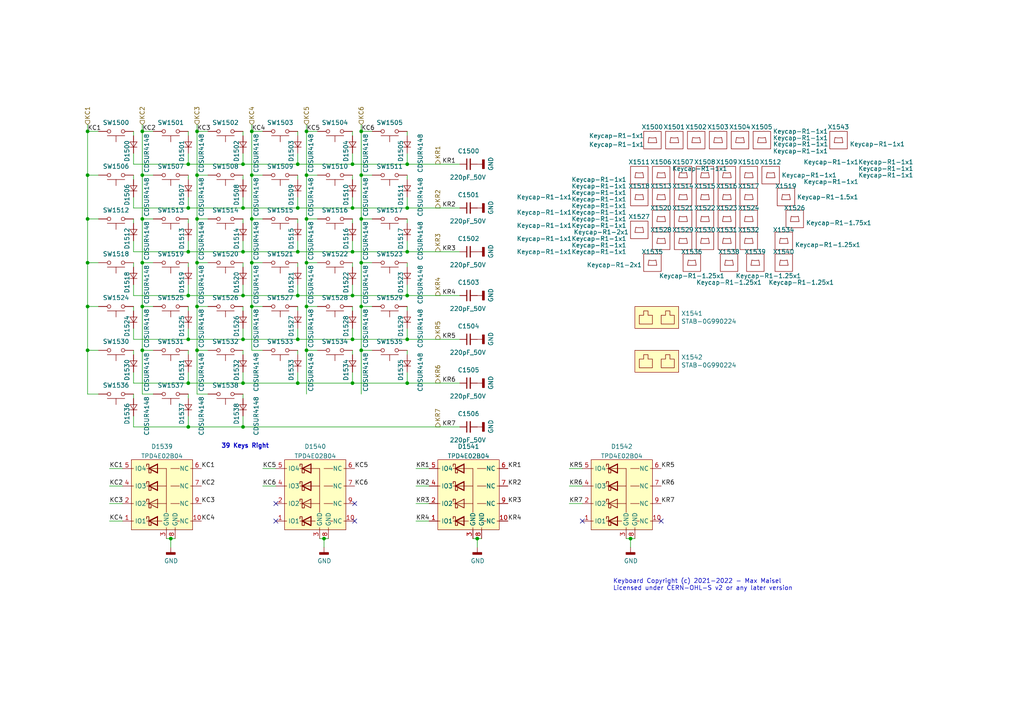
<source format=kicad_sch>
(kicad_sch (version 20230121) (generator eeschema)
  (paper "A4")
  (junction (at 57.15 50.8))
  (junction (at 104.775 63.5))
  (junction (at 102.235 85.725))
  (junction (at 102.235 47.625))
  (junction (at 118.11 111.125))
  (junction (at 86.36 47.625))
  (junction (at 57.15 38.1))
  (junction (at 102.235 111.125))
  (junction (at 118.11 47.625))
  (junction (at 54.61 98.425))
  (junction (at 41.275 63.5))
  (junction (at 70.485 85.725))
  (junction (at 86.36 73.025))
  (junction (at 70.485 98.425))
  (junction (at 86.36 98.425))
  (junction (at 54.61 73.025))
  (junction (at 88.9 38.1))
  (junction (at 54.61 47.625))
  (junction (at 118.11 60.325))
  (junction (at 70.485 111.125))
  (junction (at 182.88 156.21))
  (junction (at 54.61 123.825))
  (junction (at 104.775 38.1))
  (junction (at 118.11 73.025))
  (junction (at 57.15 63.5))
  (junction (at 118.11 85.725))
  (junction (at 54.61 111.125))
  (junction (at 104.775 50.8))
  (junction (at 25.4 101.6))
  (junction (at 118.11 98.425))
  (junction (at 25.4 63.5))
  (junction (at 73.025 88.9))
  (junction (at 102.235 60.325))
  (junction (at 41.275 76.2))
  (junction (at 104.775 76.2))
  (junction (at 88.9 63.5))
  (junction (at 57.15 88.9))
  (junction (at 41.275 38.1))
  (junction (at 104.775 101.6))
  (junction (at 88.9 50.8))
  (junction (at 49.53 156.21))
  (junction (at 73.025 76.2))
  (junction (at 73.025 50.8))
  (junction (at 86.36 60.325))
  (junction (at 138.43 156.21))
  (junction (at 70.485 123.825))
  (junction (at 70.485 60.325))
  (junction (at 102.235 98.425))
  (junction (at 25.4 50.8))
  (junction (at 88.9 88.9))
  (junction (at 41.275 101.6))
  (junction (at 57.15 101.6))
  (junction (at 88.9 76.2))
  (junction (at 104.775 88.9))
  (junction (at 86.36 111.125))
  (junction (at 54.61 60.325))
  (junction (at 70.485 47.625))
  (junction (at 86.36 85.725))
  (junction (at 41.275 88.9))
  (junction (at 102.235 73.025))
  (junction (at 25.4 38.1))
  (junction (at 25.4 76.2))
  (junction (at 57.15 76.2))
  (junction (at 41.275 50.8))
  (junction (at 88.9 101.6))
  (junction (at 25.4 88.9))
  (junction (at 93.98 156.21))
  (junction (at 70.485 73.025))
  (junction (at 54.61 85.725))
  (junction (at 73.025 38.1))
  (junction (at 73.025 63.5))
  (no_connect (at 168.91 151.13))
  (no_connect (at 102.87 146.05))
  (no_connect (at 191.77 151.13))
  (no_connect (at 80.01 146.05))
  (no_connect (at 80.01 151.13))
  (no_connect (at 102.87 151.13))
  (wire (pts (xy 107.95 50.8) (xy 104.775 50.8)))
  (wire (pts (xy 86.36 98.425) (xy 70.485 98.425)))
  (wire (pts (xy 70.485 60.325) (xy 54.61 60.325)))
  (wire (pts (xy 165.1 146.05) (xy 168.91 146.05)))
  (wire (pts (xy 28.575 76.2) (xy 25.4 76.2)))
  (wire (pts (xy 92.075 38.1) (xy 88.9 38.1)))
  (wire (pts (xy 70.485 107.95) (xy 70.485 111.125)))
  (wire (pts (xy 70.485 69.85) (xy 70.485 73.025)))
  (wire (pts (xy 118.11 73.025) (xy 102.235 73.025)))
  (wire (pts (xy 57.15 101.6) (xy 57.15 114.3)))
  (wire (pts (xy 60.325 63.5) (xy 57.15 63.5)))
  (wire (pts (xy 25.4 88.9) (xy 25.4 101.6)))
  (wire (pts (xy 120.65 135.89) (xy 124.46 135.89)))
  (wire (pts (xy 49.53 156.21) (xy 49.53 158.75)))
  (wire (pts (xy 44.45 38.1) (xy 41.275 38.1)))
  (wire (pts (xy 182.88 156.21) (xy 182.88 158.75)))
  (wire (pts (xy 25.4 101.6) (xy 28.575 101.6)))
  (wire (pts (xy 38.735 115.57) (xy 38.735 114.3)))
  (wire (pts (xy 57.15 63.5) (xy 57.15 76.2)))
  (wire (pts (xy 57.15 76.2) (xy 57.15 88.9)))
  (wire (pts (xy 73.025 88.9) (xy 76.2 88.9)))
  (wire (pts (xy 118.11 44.45) (xy 118.11 47.625)))
  (wire (pts (xy 41.275 50.8) (xy 41.275 63.5)))
  (wire (pts (xy 104.775 88.9) (xy 104.775 101.6)))
  (wire (pts (xy 76.2 63.5) (xy 73.025 63.5)))
  (wire (pts (xy 88.9 63.5) (xy 88.9 76.2)))
  (wire (pts (xy 86.36 82.55) (xy 86.36 85.725)))
  (wire (pts (xy 88.9 38.1) (xy 88.9 50.8)))
  (wire (pts (xy 31.75 146.05) (xy 35.56 146.05)))
  (wire (pts (xy 54.61 107.95) (xy 54.61 111.125)))
  (wire (pts (xy 54.61 52.07) (xy 54.61 50.8)))
  (wire (pts (xy 102.235 85.725) (xy 86.36 85.725)))
  (wire (pts (xy 73.025 101.6) (xy 76.2 101.6)))
  (wire (pts (xy 54.61 77.47) (xy 54.61 76.2)))
  (wire (pts (xy 70.485 82.55) (xy 70.485 85.725)))
  (wire (pts (xy 38.735 120.65) (xy 38.735 123.825)))
  (wire (pts (xy 118.11 90.17) (xy 118.11 88.9)))
  (wire (pts (xy 41.275 38.1) (xy 41.275 50.8)))
  (wire (pts (xy 38.735 90.17) (xy 38.735 88.9)))
  (wire (pts (xy 118.11 60.325) (xy 102.235 60.325)))
  (wire (pts (xy 54.61 60.325) (xy 38.735 60.325)))
  (wire (pts (xy 102.235 60.325) (xy 86.36 60.325)))
  (wire (pts (xy 25.4 101.6) (xy 25.4 114.3)))
  (wire (pts (xy 25.4 63.5) (xy 25.4 76.2)))
  (wire (pts (xy 86.36 73.025) (xy 70.485 73.025)))
  (wire (pts (xy 102.235 102.87) (xy 102.235 101.6)))
  (wire (pts (xy 76.2 76.2) (xy 73.025 76.2)))
  (wire (pts (xy 38.735 95.25) (xy 38.735 98.425)))
  (wire (pts (xy 76.2 140.97) (xy 80.01 140.97)))
  (wire (pts (xy 104.775 63.5) (xy 104.775 76.2)))
  (wire (pts (xy 70.485 111.125) (xy 54.61 111.125)))
  (wire (pts (xy 54.61 90.17) (xy 54.61 88.9)))
  (wire (pts (xy 86.36 102.87) (xy 86.36 101.6)))
  (wire (pts (xy 107.95 38.1) (xy 104.775 38.1)))
  (wire (pts (xy 102.235 44.45) (xy 102.235 47.625)))
  (wire (pts (xy 165.1 135.89) (xy 168.91 135.89)))
  (wire (pts (xy 25.4 38.1) (xy 28.575 38.1)))
  (wire (pts (xy 54.61 73.025) (xy 38.735 73.025)))
  (wire (pts (xy 70.485 64.77) (xy 70.485 63.5)))
  (wire (pts (xy 54.61 47.625) (xy 38.735 47.625)))
  (wire (pts (xy 118.11 39.37) (xy 118.11 38.1)))
  (wire (pts (xy 70.485 102.87) (xy 70.485 101.6)))
  (wire (pts (xy 73.025 50.8) (xy 73.025 63.5)))
  (wire (pts (xy 107.95 76.2) (xy 104.775 76.2)))
  (wire (pts (xy 93.98 156.21) (xy 95.25 156.21)))
  (wire (pts (xy 54.61 95.25) (xy 54.61 98.425)))
  (wire (pts (xy 73.025 63.5) (xy 73.025 76.2)))
  (wire (pts (xy 38.735 52.07) (xy 38.735 50.8)))
  (wire (pts (xy 57.15 36.195) (xy 57.15 38.1)))
  (wire (pts (xy 118.11 111.125) (xy 133.35 111.125)))
  (wire (pts (xy 118.11 107.95) (xy 118.11 111.125)))
  (wire (pts (xy 54.61 69.85) (xy 54.61 73.025)))
  (wire (pts (xy 70.485 90.17) (xy 70.485 88.9)))
  (wire (pts (xy 60.325 76.2) (xy 57.15 76.2)))
  (wire (pts (xy 57.15 114.3) (xy 60.325 114.3)))
  (wire (pts (xy 86.36 69.85) (xy 86.36 73.025)))
  (wire (pts (xy 70.485 39.37) (xy 70.485 38.1)))
  (wire (pts (xy 102.235 64.77) (xy 102.235 63.5)))
  (wire (pts (xy 70.485 52.07) (xy 70.485 50.8)))
  (wire (pts (xy 41.275 63.5) (xy 41.275 76.2)))
  (wire (pts (xy 118.11 69.85) (xy 118.11 73.025)))
  (wire (pts (xy 70.485 123.825) (xy 54.61 123.825)))
  (wire (pts (xy 41.275 101.6) (xy 44.45 101.6)))
  (wire (pts (xy 86.36 44.45) (xy 86.36 47.625)))
  (wire (pts (xy 25.4 88.9) (xy 28.575 88.9)))
  (wire (pts (xy 104.775 36.195) (xy 104.775 38.1)))
  (wire (pts (xy 49.53 156.21) (xy 50.8 156.21)))
  (wire (pts (xy 118.11 82.55) (xy 118.11 85.725)))
  (wire (pts (xy 104.775 76.2) (xy 104.775 88.9)))
  (wire (pts (xy 86.36 95.25) (xy 86.36 98.425)))
  (wire (pts (xy 57.15 50.8) (xy 57.15 63.5)))
  (wire (pts (xy 44.45 63.5) (xy 41.275 63.5)))
  (wire (pts (xy 41.275 36.195) (xy 41.275 38.1)))
  (wire (pts (xy 73.025 38.1) (xy 73.025 50.8)))
  (wire (pts (xy 25.4 38.1) (xy 25.4 36.195)))
  (wire (pts (xy 138.43 156.21) (xy 138.43 158.75)))
  (wire (pts (xy 102.235 90.17) (xy 102.235 88.9)))
  (wire (pts (xy 86.36 39.37) (xy 86.36 38.1)))
  (wire (pts (xy 70.485 77.47) (xy 70.485 76.2)))
  (wire (pts (xy 70.485 57.15) (xy 70.485 60.325)))
  (wire (pts (xy 25.4 76.2) (xy 25.4 88.9)))
  (wire (pts (xy 38.735 77.47) (xy 38.735 76.2)))
  (wire (pts (xy 118.11 52.07) (xy 118.11 50.8)))
  (wire (pts (xy 70.485 98.425) (xy 54.61 98.425)))
  (wire (pts (xy 102.235 57.15) (xy 102.235 60.325)))
  (wire (pts (xy 54.61 82.55) (xy 54.61 85.725)))
  (wire (pts (xy 57.15 88.9) (xy 57.15 101.6)))
  (wire (pts (xy 31.75 135.89) (xy 35.56 135.89)))
  (wire (pts (xy 137.16 156.21) (xy 138.43 156.21)))
  (wire (pts (xy 41.275 88.9) (xy 41.275 101.6)))
  (wire (pts (xy 102.235 39.37) (xy 102.235 38.1)))
  (wire (pts (xy 118.11 95.25) (xy 118.11 98.425)))
  (wire (pts (xy 76.2 50.8) (xy 73.025 50.8)))
  (wire (pts (xy 60.325 50.8) (xy 57.15 50.8)))
  (wire (pts (xy 118.11 98.425) (xy 102.235 98.425)))
  (wire (pts (xy 38.735 44.45) (xy 38.735 47.625)))
  (wire (pts (xy 118.11 73.025) (xy 133.35 73.025)))
  (wire (pts (xy 118.11 60.325) (xy 133.35 60.325)))
  (wire (pts (xy 41.275 101.6) (xy 41.275 114.3)))
  (wire (pts (xy 181.61 156.21) (xy 182.88 156.21)))
  (wire (pts (xy 102.235 95.25) (xy 102.235 98.425)))
  (wire (pts (xy 25.4 114.3) (xy 28.575 114.3)))
  (wire (pts (xy 25.4 38.1) (xy 25.4 50.8)))
  (wire (pts (xy 120.65 146.05) (xy 124.46 146.05)))
  (wire (pts (xy 54.61 102.87) (xy 54.61 101.6)))
  (wire (pts (xy 182.88 156.21) (xy 184.15 156.21)))
  (wire (pts (xy 118.11 85.725) (xy 133.35 85.725)))
  (wire (pts (xy 118.11 77.47) (xy 118.11 76.2)))
  (wire (pts (xy 102.235 73.025) (xy 86.36 73.025)))
  (wire (pts (xy 86.36 52.07) (xy 86.36 50.8)))
  (wire (pts (xy 44.45 76.2) (xy 41.275 76.2)))
  (wire (pts (xy 88.9 88.9) (xy 88.9 101.6)))
  (wire (pts (xy 31.75 140.97) (xy 35.56 140.97)))
  (wire (pts (xy 41.275 76.2) (xy 41.275 88.9)))
  (wire (pts (xy 38.735 64.77) (xy 38.735 63.5)))
  (wire (pts (xy 70.485 73.025) (xy 54.61 73.025)))
  (wire (pts (xy 57.15 38.1) (xy 57.15 50.8)))
  (wire (pts (xy 86.36 85.725) (xy 70.485 85.725)))
  (wire (pts (xy 54.61 44.45) (xy 54.61 47.625)))
  (wire (pts (xy 120.65 151.13) (xy 124.46 151.13)))
  (wire (pts (xy 73.025 88.9) (xy 73.025 101.6)))
  (wire (pts (xy 38.735 107.95) (xy 38.735 111.125)))
  (wire (pts (xy 54.61 85.725) (xy 38.735 85.725)))
  (wire (pts (xy 54.61 120.65) (xy 54.61 123.825)))
  (wire (pts (xy 92.71 156.21) (xy 93.98 156.21)))
  (wire (pts (xy 118.11 57.15) (xy 118.11 60.325)))
  (wire (pts (xy 76.2 135.89) (xy 80.01 135.89)))
  (wire (pts (xy 118.11 85.725) (xy 102.235 85.725)))
  (wire (pts (xy 118.11 102.87) (xy 118.11 101.6)))
  (wire (pts (xy 48.26 156.21) (xy 49.53 156.21)))
  (wire (pts (xy 70.485 44.45) (xy 70.485 47.625)))
  (wire (pts (xy 88.9 36.195) (xy 88.9 38.1)))
  (wire (pts (xy 104.775 101.6) (xy 104.775 114.3)))
  (wire (pts (xy 118.11 47.625) (xy 133.35 47.625)))
  (wire (pts (xy 44.45 50.8) (xy 41.275 50.8)))
  (wire (pts (xy 93.98 156.21) (xy 93.98 158.75)))
  (wire (pts (xy 102.235 107.95) (xy 102.235 111.125)))
  (wire (pts (xy 102.235 47.625) (xy 86.36 47.625)))
  (wire (pts (xy 102.235 111.125) (xy 86.36 111.125)))
  (wire (pts (xy 118.11 98.425) (xy 133.35 98.425)))
  (wire (pts (xy 38.735 82.55) (xy 38.735 85.725)))
  (wire (pts (xy 92.075 50.8) (xy 88.9 50.8)))
  (wire (pts (xy 86.36 60.325) (xy 70.485 60.325)))
  (wire (pts (xy 86.36 107.95) (xy 86.36 111.125)))
  (wire (pts (xy 54.61 98.425) (xy 38.735 98.425)))
  (wire (pts (xy 165.1 140.97) (xy 168.91 140.97)))
  (wire (pts (xy 70.485 47.625) (xy 54.61 47.625)))
  (wire (pts (xy 86.36 77.47) (xy 86.36 76.2)))
  (wire (pts (xy 70.485 85.725) (xy 54.61 85.725)))
  (wire (pts (xy 118.11 111.125) (xy 102.235 111.125)))
  (wire (pts (xy 102.235 98.425) (xy 86.36 98.425)))
  (wire (pts (xy 118.11 64.77) (xy 118.11 63.5)))
  (wire (pts (xy 86.36 47.625) (xy 70.485 47.625)))
  (wire (pts (xy 102.235 52.07) (xy 102.235 50.8)))
  (wire (pts (xy 54.61 123.825) (xy 38.735 123.825)))
  (wire (pts (xy 70.485 123.825) (xy 133.35 123.825)))
  (wire (pts (xy 102.235 82.55) (xy 102.235 85.725)))
  (wire (pts (xy 107.95 63.5) (xy 104.775 63.5)))
  (wire (pts (xy 88.9 88.9) (xy 92.075 88.9)))
  (wire (pts (xy 38.735 39.37) (xy 38.735 38.1)))
  (wire (pts (xy 86.36 57.15) (xy 86.36 60.325)))
  (wire (pts (xy 57.15 88.9) (xy 60.325 88.9)))
  (wire (pts (xy 104.775 88.9) (xy 107.95 88.9)))
  (wire (pts (xy 38.735 57.15) (xy 38.735 60.325)))
  (wire (pts (xy 88.9 50.8) (xy 88.9 63.5)))
  (wire (pts (xy 31.75 151.13) (xy 35.56 151.13)))
  (wire (pts (xy 70.485 115.57) (xy 70.485 114.3)))
  (wire (pts (xy 76.2 38.1) (xy 73.025 38.1)))
  (wire (pts (xy 41.275 114.3) (xy 44.45 114.3)))
  (wire (pts (xy 73.025 36.195) (xy 73.025 38.1)))
  (wire (pts (xy 88.9 76.2) (xy 88.9 88.9)))
  (wire (pts (xy 25.4 50.8) (xy 25.4 63.5)))
  (wire (pts (xy 54.61 57.15) (xy 54.61 60.325)))
  (wire (pts (xy 86.36 90.17) (xy 86.36 88.9)))
  (wire (pts (xy 73.025 76.2) (xy 73.025 88.9)))
  (wire (pts (xy 38.735 69.85) (xy 38.735 73.025)))
  (wire (pts (xy 41.275 88.9) (xy 44.45 88.9)))
  (wire (pts (xy 54.61 64.77) (xy 54.61 63.5)))
  (wire (pts (xy 104.775 50.8) (xy 104.775 63.5)))
  (wire (pts (xy 92.075 76.2) (xy 88.9 76.2)))
  (wire (pts (xy 28.575 63.5) (xy 25.4 63.5)))
  (wire (pts (xy 92.075 63.5) (xy 88.9 63.5)))
  (wire (pts (xy 118.11 47.625) (xy 102.235 47.625)))
  (wire (pts (xy 86.36 64.77) (xy 86.36 63.5)))
  (wire (pts (xy 70.485 120.65) (xy 70.485 123.825)))
  (wire (pts (xy 120.65 140.97) (xy 124.46 140.97)))
  (wire (pts (xy 104.775 38.1) (xy 104.775 50.8)))
  (wire (pts (xy 70.485 95.25) (xy 70.485 98.425)))
  (wire (pts (xy 104.775 101.6) (xy 107.95 101.6)))
  (wire (pts (xy 88.9 101.6) (xy 92.075 101.6)))
  (wire (pts (xy 54.61 39.37) (xy 54.61 38.1)))
  (wire (pts (xy 38.735 102.87) (xy 38.735 101.6)))
  (wire (pts (xy 57.15 101.6) (xy 60.325 101.6)))
  (wire (pts (xy 54.61 111.125) (xy 38.735 111.125)))
  (wire (pts (xy 86.36 111.125) (xy 70.485 111.125)))
  (wire (pts (xy 138.43 156.21) (xy 139.7 156.21)))
  (wire (pts (xy 28.575 50.8) (xy 25.4 50.8)))
  (wire (pts (xy 88.9 101.6) (xy 88.9 114.3)))
  (wire (pts (xy 102.235 69.85) (xy 102.235 73.025)))
  (wire (pts (xy 54.61 115.57) (xy 54.61 114.3)))
  (wire (pts (xy 60.325 38.1) (xy 57.15 38.1)))
  (wire (pts (xy 102.235 77.47) (xy 102.235 76.2)))
  (text "39 Keys Right" (at 64.135 130.175 0) (effects (font (size 1.27 1.27) (thickness 0.254) bold) (justify left bottom)))
  (text "Keyboard Copyright (c) 2021-2022 - Max Maisel\nLicensed under CERN-OHL-S v2 or any later version" (at 177.8 171.45 0) (effects (font (size 1.27 1.27)) (justify left bottom)))
  (label "KR7" (at 128.27 123.825 0))
  (label "KR6" (at 191.77 140.97 0))
  (label "KC4" (at 73.025 38.1 0))
  (label "KC6" (at 104.775 38.1 0))
  (label "KR1" (at 128.27 47.625 0))
  (label "KR7" (at 191.77 146.05 0))
  (label "KC2" (at 58.42 140.97 0))
  (label "KC1" (at 31.75 135.89 0))
  (label "KR3" (at 147.32 146.05 0))
  (label "KR2" (at 147.32 140.97 0))
  (label "KR4" (at 120.65 151.13 0))
  (label "KR2" (at 120.65 140.97 0))
  (label "KC5" (at 76.2 135.89 0))
  (label "KR6" (at 165.1 140.97 0))
  (label "KC6" (at 102.87 140.97 0))
  (label "KR3" (at 128.27 73.025 0))
  (label "KR7" (at 165.1 146.05 0))
  (label "KR4" (at 147.32 151.13 0))
  (label "KR4" (at 128.27 85.725 0))
  (label "KC4" (at 58.42 151.13 0))
  (label "KC5" (at 102.87 135.89 0))
  (label "KC5" (at 88.9 38.1 0))
  (label "KC3" (at 57.15 38.1 0))
  (label "KC6" (at 76.2 140.97 0))
  (label "KR5" (at 165.1 135.89 0))
  (label "KC1" (at 25.4 38.1 0))
  (label "KR6" (at 128.27 111.125 0))
  (label "KC2" (at 31.75 140.97 0))
  (label "KR1" (at 147.32 135.89 0))
  (label "KR5" (at 128.27 98.425 0))
  (label "KC2" (at 41.275 38.1 0))
  (label "KR3" (at 120.65 146.05 0))
  (label "KR1" (at 120.65 135.89 0))
  (label "KR2" (at 128.27 60.325 0))
  (label "KR5" (at 191.77 135.89 0))
  (label "KC3" (at 31.75 146.05 0))
  (label "KC1" (at 58.42 135.89 0))
  (label "KC3" (at 58.42 146.05 0))
  (label "KC4" (at 31.75 151.13 0))
  (hierarchical_label "KR7" (shape output) (at 127 123.825 90))
  (hierarchical_label "KC6" (shape input) (at 104.775 36.195 90))
  (hierarchical_label "KC5" (shape input) (at 88.9 36.195 90))
  (hierarchical_label "KC1" (shape input) (at 25.4 36.195 90))
  (hierarchical_label "KC2" (shape input) (at 41.275 36.195 90))
  (hierarchical_label "KC4" (shape input) (at 73.025 36.195 90))
  (hierarchical_label "KC3" (shape input) (at 57.15 36.195 90))
  (hierarchical_label "KR4" (shape output) (at 127 85.725 90))
  (hierarchical_label "KR6" (shape output) (at 127 111.125 90))
  (hierarchical_label "KR5" (shape output) (at 127 98.425 90))
  (hierarchical_label "KR2" (shape output) (at 127 60.325 90))
  (hierarchical_label "KR3" (shape output) (at 127 73.025 90))
  (hierarchical_label "KR1" (shape output) (at 127 47.625 90))
  (symbol (lib_id "Keyboard:SW_Cherry_MX_RGB") (at 49.53 63.5 0) (mirror x) (unit 1)
    (property "Reference" "SW1513" (at 49.53 60.96 0))
    (property "Value" "SW_Cherry_MX_RGB" (effects hide))
    (property "Footprint" "Keyboard:SW_Cherry_MX1A_RGB" (effects hide))
    (property "Datasheet" "https://www.cherrymx.de/dev.html" (effects hide))
    (property "reichelt#" "CHERRY MX1A-G1NA" (effects hide))
  )
  (symbol (lib_id "Keyboard:SW_Cherry_MX_RGB") (at 33.655 38.1 0) (mirror x) (unit 1)
    (property "Reference" "SW1500" (at 33.655 35.56 0))
    (property "Value" "SW_Cherry_MX_RGB" (effects hide))
    (property "Footprint" "Keyboard:SW_Cherry_MX1A_RGB" (effects hide))
    (property "Datasheet" "https://www.cherrymx.de/dev.html" (effects hide))
    (property "reichelt#" "CHERRY MX1A-G1NA" (effects hide))
  )
  (symbol (lib_id "Keyboard:SW_Cherry_MX_RGB") (at 33.655 63.5 0) (mirror x) (unit 1)
    (property "Reference" "SW1512" (at 33.655 60.96 0))
    (property "Value" "SW_Cherry_MX_RGB" (effects hide))
    (property "Footprint" "Keyboard:SW_Cherry_MX1A_RGB" (effects hide))
    (property "Datasheet" "https://www.cherrymx.de/dev.html" (effects hide))
    (property "reichelt#" "CHERRY MX1A-G1NA" (effects hide))
  )
  (symbol (lib_id "Keyboard:SW_Cherry_MX_RGB") (at 33.655 88.9 0) (mirror x) (unit 1)
    (property "Reference" "SW1524" (at 33.655 86.36 0))
    (property "Value" "SW_Cherry_MX_RGB" (effects hide))
    (property "Footprint" "Keyboard:SW_Cherry_MX1A_RGB" (effects hide))
    (property "Datasheet" "https://www.cherrymx.de/dev.html" (effects hide))
    (property "reichelt#" "CHERRY MX1A-G1NA" (effects hide))
  )
  (symbol (lib_id "Keyboard:SW_Cherry_MX_RGB") (at 49.53 50.8 0) (mirror x) (unit 1)
    (property "Reference" "SW1507" (at 49.53 48.26 0))
    (property "Value" "SW_Cherry_MX_RGB" (effects hide))
    (property "Footprint" "Keyboard:SW_Cherry_MX1A_RGB" (effects hide))
    (property "Datasheet" "https://www.cherrymx.de/dev.html" (effects hide))
    (property "reichelt#" "CHERRY MX1A-G1NA" (effects hide))
  )
  (symbol (lib_id "Keyboard:SW_Cherry_MX_RGB") (at 49.53 88.9 0) (mirror x) (unit 1)
    (property "Reference" "SW1525" (at 49.53 86.36 0))
    (property "Value" "SW_Cherry_MX_RGB" (effects hide))
    (property "Footprint" "Keyboard:SW_Cherry_MX1A_RGB" (effects hide))
    (property "Datasheet" "https://www.cherrymx.de/dev.html" (effects hide))
    (property "reichelt#" "CHERRY MX1A-G1NA" (effects hide))
  )
  (symbol (lib_id "Keyboard:SW_Cherry_MX_RGB") (at 65.405 88.9 0) (mirror x) (unit 1)
    (property "Reference" "SW1526" (at 65.405 86.36 0))
    (property "Value" "SW_Cherry_MX_RGB" (effects hide))
    (property "Footprint" "Keyboard:SW_Cherry_MX1A_RGB" (effects hide))
    (property "Datasheet" "https://www.cherrymx.de/dev.html" (effects hide))
    (property "reichelt#" "CHERRY MX1A-G1NA" (effects hide))
  )
  (symbol (lib_id "Keyboard:SW_Cherry_MX_RGB") (at 97.155 63.5 0) (mirror x) (unit 1)
    (property "Reference" "SW1516" (at 97.155 60.96 0))
    (property "Value" "SW_Cherry_MX_RGB" (effects hide))
    (property "Footprint" "Keyboard:SW_Cherry_MX1A_RGB" (effects hide))
    (property "Datasheet" "https://www.cherrymx.de/dev.html" (effects hide))
    (property "reichelt#" "CHERRY MX1A-G1NA" (effects hide))
  )
  (symbol (lib_id "Keyboard:SW_Cherry_MX_RGB") (at 97.155 76.2 0) (mirror x) (unit 1)
    (property "Reference" "SW1522" (at 97.155 73.66 0))
    (property "Value" "SW_Cherry_MX_RGB" (effects hide))
    (property "Footprint" "Keyboard:SW_Cherry_MX1A_RGB" (effects hide))
    (property "Datasheet" "https://www.cherrymx.de/dev.html" (effects hide))
    (property "reichelt#" "CHERRY MX1A-G1NA" (effects hide))
  )
  (symbol (lib_id "Keyboard:SW_Cherry_MX_RGB") (at 97.155 88.9 0) (mirror x) (unit 1)
    (property "Reference" "SW1528" (at 97.155 86.36 0))
    (property "Value" "SW_Cherry_MX_RGB" (effects hide))
    (property "Footprint" "Keyboard:SW_Cherry_MX1A_RGB" (effects hide))
    (property "Datasheet" "https://www.cherrymx.de/dev.html" (effects hide))
    (property "reichelt#" "CHERRY MX1A-G1NA" (effects hide))
  )
  (symbol (lib_id "Keyboard:SW_Cherry_MX_RGB") (at 113.03 38.1 0) (mirror x) (unit 1)
    (property "Reference" "SW1505" (at 113.03 35.56 0))
    (property "Value" "SW_Cherry_MX_RGB" (effects hide))
    (property "Footprint" "Keyboard:SW_Cherry_MX1A_RGB" (effects hide))
    (property "Datasheet" "https://www.cherrymx.de/dev.html" (effects hide))
    (property "reichelt#" "CHERRY MX1A-G1NA" (effects hide))
  )
  (symbol (lib_id "Keyboard:SW_Cherry_MX_RGB") (at 113.03 50.8 0) (mirror x) (unit 1)
    (property "Reference" "SW1511" (at 113.03 48.26 0))
    (property "Value" "SW_Cherry_MX_RGB" (effects hide))
    (property "Footprint" "Keyboard:SW_Cherry_MX1A_RGB" (effects hide))
    (property "Datasheet" "https://www.cherrymx.de/dev.html" (effects hide))
    (property "reichelt#" "CHERRY MX1A-G1NA" (effects hide))
  )
  (symbol (lib_id "Keyboard:SW_Cherry_MX_RGB") (at 113.03 63.5 0) (mirror x) (unit 1)
    (property "Reference" "SW1517" (at 113.03 60.96 0))
    (property "Value" "SW_Cherry_MX_RGB" (effects hide))
    (property "Footprint" "Keyboard:SW_Cherry_MX1A_RGB" (effects hide))
    (property "Datasheet" "https://www.cherrymx.de/dev.html" (effects hide))
    (property "reichelt#" "CHERRY MX1A-G1NA" (effects hide))
  )
  (symbol (lib_id "Keyboard:SW_Cherry_MX_RGB") (at 81.28 63.5 0) (mirror x) (unit 1)
    (property "Reference" "SW1515" (at 81.28 60.96 0))
    (property "Value" "SW_Cherry_MX_RGB" (effects hide))
    (property "Footprint" "Keyboard:SW_Cherry_MX1A_RGB" (effects hide))
    (property "Datasheet" "https://www.cherrymx.de/dev.html" (effects hide))
    (property "reichelt#" "CHERRY MX1A-G1NA" (effects hide))
  )
  (symbol (lib_id "Keyboard:SW_Cherry_MX_RGB") (at 81.28 76.2 0) (mirror x) (unit 1)
    (property "Reference" "SW1521" (at 81.28 73.66 0))
    (property "Value" "SW_Cherry_MX_RGB" (effects hide))
    (property "Footprint" "Keyboard:SW_Cherry_MX1A_RGB" (effects hide))
    (property "Datasheet" "https://www.cherrymx.de/dev.html" (effects hide))
    (property "reichelt#" "CHERRY MX1A-G1NA" (effects hide))
  )
  (symbol (lib_id "Keyboard:GND") (at 138.43 60.325 90) (unit 1)
    (property "Reference" "#PWR01501" (effects hide))
    (property "Value" "GND" (at 142.367 60.2234 0))
  )
  (symbol (lib_id "Keyboard:SW_Cherry_MX_RGB") (at 33.655 50.8 0) (mirror x) (unit 1)
    (property "Reference" "SW1506" (at 33.655 48.26 0))
    (property "Value" "SW_Cherry_MX_RGB" (effects hide))
    (property "Footprint" "Keyboard:SW_Cherry_MX1A_RGB" (effects hide))
    (property "Datasheet" "https://www.cherrymx.de/dev.html" (effects hide))
    (property "reichelt#" "CHERRY MX1A-G1NA" (effects hide))
  )
  (symbol (lib_id "Keyboard:SW_Cherry_MX_RGB") (at 33.655 76.2 0) (mirror x) (unit 1)
    (property "Reference" "SW1518" (at 33.655 73.66 0))
    (property "Value" "SW_Cherry_MX_RGB" (effects hide))
    (property "Footprint" "Keyboard:SW_Cherry_MX1A_RGB" (effects hide))
    (property "Datasheet" "https://www.cherrymx.de/dev.html" (effects hide))
    (property "reichelt#" "CHERRY MX1A-G1NA" (effects hide))
  )
  (symbol (lib_id "Keyboard:SW_Cherry_MX_RGB") (at 81.28 38.1 0) (mirror x) (unit 1)
    (property "Reference" "SW1503" (at 81.28 35.56 0))
    (property "Value" "SW_Cherry_MX_RGB" (effects hide))
    (property "Footprint" "Keyboard:SW_Cherry_MX1A_RGB" (effects hide))
    (property "Datasheet" "https://www.cherrymx.de/dev.html" (effects hide))
    (property "reichelt#" "CHERRY MX1A-G1NA" (effects hide))
  )
  (symbol (lib_id "Keyboard:SW_Cherry_MX_RGB") (at 81.28 88.9 0) (mirror x) (unit 1)
    (property "Reference" "SW1527" (at 81.28 86.36 0))
    (property "Value" "SW_Cherry_MX_RGB" (effects hide))
    (property "Footprint" "Keyboard:SW_Cherry_MX1A_RGB" (effects hide))
    (property "Datasheet" "https://www.cherrymx.de/dev.html" (effects hide))
    (property "reichelt#" "CHERRY MX1A-G1NA" (effects hide))
  )
  (symbol (lib_id "Keyboard:SW_Cherry_MX_RGB") (at 97.155 38.1 0) (mirror x) (unit 1)
    (property "Reference" "SW1504" (at 97.155 35.56 0))
    (property "Value" "SW_Cherry_MX_RGB" (effects hide))
    (property "Footprint" "Keyboard:SW_Cherry_MX1A_RGB" (effects hide))
    (property "Datasheet" "https://www.cherrymx.de/dev.html" (effects hide))
    (property "reichelt#" "CHERRY MX1A-G1NA" (effects hide))
  )
  (symbol (lib_id "Keyboard:SW_Cherry_MX_RGB") (at 97.155 50.8 0) (mirror x) (unit 1)
    (property "Reference" "SW1510" (at 97.155 48.26 0))
    (property "Value" "SW_Cherry_MX_RGB" (effects hide))
    (property "Footprint" "Keyboard:SW_Cherry_MX1A_RGB" (effects hide))
    (property "Datasheet" "https://www.cherrymx.de/dev.html" (effects hide))
    (property "reichelt#" "CHERRY MX1A-G1NA" (effects hide))
  )
  (symbol (lib_id "Keyboard:SW_Cherry_MX_RGB") (at 113.03 76.2 0) (mirror x) (unit 1)
    (property "Reference" "SW1523" (at 113.03 73.66 0))
    (property "Value" "SW_Cherry_MX_RGB" (effects hide))
    (property "Footprint" "Keyboard:SW_Cherry_MX1A_RGB" (effects hide))
    (property "Datasheet" "https://www.cherrymx.de/dev.html" (effects hide))
    (property "reichelt#" "CHERRY MX1A-G1NA" (effects hide))
  )
  (symbol (lib_id "Keyboard:SW_Cherry_MX_RGB") (at 113.03 88.9 0) (mirror x) (unit 1)
    (property "Reference" "SW1529" (at 113.03 86.36 0))
    (property "Value" "SW_Cherry_MX_RGB" (effects hide))
    (property "Footprint" "Keyboard:SW_Cherry_MX1A_RGB" (effects hide))
    (property "Datasheet" "https://www.cherrymx.de/dev.html" (effects hide))
    (property "reichelt#" "CHERRY MX1A-G1NA" (effects hide))
  )
  (symbol (lib_id "Keyboard:SW_Cherry_MX_RGB") (at 65.405 101.6 0) (mirror x) (unit 1)
    (property "Reference" "SW1532" (at 65.405 99.06 0))
    (property "Value" "SW_Cherry_MX_RGB" (effects hide))
    (property "Footprint" "Keyboard:SW_Cherry_MX1A_RGB" (effects hide))
    (property "Datasheet" "https://www.cherrymx.de/dev.html" (effects hide))
    (property "reichelt#" "CHERRY MX1A-G1NA" (effects hide))
  )
  (symbol (lib_id "Keyboard:SW_Cherry_MX_RGB") (at 97.155 101.6 0) (mirror x) (unit 1)
    (property "Reference" "SW1534" (at 97.155 99.06 0))
    (property "Value" "SW_Cherry_MX_RGB" (effects hide))
    (property "Footprint" "Keyboard:SW_Cherry_MX1A_RGB" (effects hide))
    (property "Datasheet" "https://www.cherrymx.de/dev.html" (effects hide))
    (property "reichelt#" "CHERRY MX1A-G1NA" (effects hide))
  )
  (symbol (lib_id "Keyboard:SW_Cherry_MX_RGB") (at 113.03 101.6 0) (mirror x) (unit 1)
    (property "Reference" "SW1535" (at 113.03 99.06 0))
    (property "Value" "SW_Cherry_MX_RGB" (effects hide))
    (property "Footprint" "Keyboard:SW_Cherry_MX1A_RGB" (effects hide))
    (property "Datasheet" "https://www.cherrymx.de/dev.html" (effects hide))
    (property "reichelt#" "CHERRY MX1A-G1NA" (effects hide))
  )
  (symbol (lib_id "Keyboard:SW_Cherry_MX_RGB") (at 33.655 114.3 0) (mirror x) (unit 1)
    (property "Reference" "SW1536" (at 33.655 111.76 0))
    (property "Value" "SW_Cherry_MX_RGB" (effects hide))
    (property "Footprint" "Keyboard:SW_Cherry_MX1A_RGB" (effects hide))
    (property "Datasheet" "https://www.cherrymx.de/dev.html" (effects hide))
    (property "reichelt#" "CHERRY MX1A-G1NA" (effects hide))
  )
  (symbol (lib_id "Keyboard:SW_Cherry_MX_RGB") (at 49.53 114.3 0) (mirror x) (unit 1)
    (property "Reference" "SW1537" (at 49.53 111.76 0))
    (property "Value" "SW_Cherry_MX_RGB" (effects hide))
    (property "Footprint" "Keyboard:SW_Cherry_MX1A_RGB" (effects hide))
    (property "Datasheet" "https://www.cherrymx.de/dev.html" (effects hide))
    (property "reichelt#" "CHERRY MX1A-G1NA" (effects hide))
  )
  (symbol (lib_id "Keyboard:SW_Cherry_MX_RGB") (at 65.405 114.3 0) (mirror x) (unit 1)
    (property "Reference" "SW1538" (at 65.405 111.76 0))
    (property "Value" "SW_Cherry_MX_RGB" (effects hide))
    (property "Footprint" "Keyboard:SW_Cherry_MX1A_RGB" (effects hide))
    (property "Datasheet" "https://www.cherrymx.de/dev.html" (effects hide))
    (property "reichelt#" "CHERRY MX1A-G1NA" (effects hide))
  )
  (symbol (lib_id "Keyboard:GND") (at 138.43 98.425 90) (unit 1)
    (property "Reference" "#PWR01504" (effects hide))
    (property "Value" "GND" (at 142.367 98.3234 0))
  )
  (symbol (lib_id "Keyboard:GND") (at 138.43 111.125 90) (unit 1)
    (property "Reference" "#PWR01505" (effects hide))
    (property "Value" "GND" (at 142.367 111.0234 0))
  )
  (symbol (lib_id "Keyboard:GND") (at 138.43 123.825 90) (unit 1)
    (property "Reference" "#PWR01506" (effects hide))
    (property "Value" "GND" (at 142.367 123.7234 0))
  )
  (symbol (lib_id "Keyboard:CDSUR4148") (at 38.735 41.91 90) (unit 1)
    (property "Reference" "D1500" (at 36.83 43.815 0))
    (property "Value" "CDSUR4148" (at 42.545 44.45 0))
    (property "Footprint" "Keyboard:SOD-523" (effects hide))
    (property "Datasheet" "750-CDSUR4148" (effects hide))
    (property "mouser#" "750-CDSUR4148" (effects hide))
  )
  (symbol (lib_id "Keyboard:CDSUR4148") (at 54.61 41.91 90) (unit 1)
    (property "Reference" "D1501" (at 52.705 43.815 0))
    (property "Value" "CDSUR4148" (at 58.42 44.45 0))
    (property "Footprint" "Keyboard:SOD-523" (effects hide))
    (property "Datasheet" "750-CDSUR4148" (effects hide))
    (property "mouser#" "750-CDSUR4148" (effects hide))
  )
  (symbol (lib_id "Keyboard:CDSUR4148") (at 70.485 41.91 90) (unit 1)
    (property "Reference" "D1502" (at 68.58 43.815 0))
    (property "Value" "CDSUR4148" (at 74.295 44.45 0))
    (property "Footprint" "Keyboard:SOD-523" (effects hide))
    (property "Datasheet" "750-CDSUR4148" (effects hide))
    (property "mouser#" "750-CDSUR4148" (effects hide))
  )
  (symbol (lib_id "Keyboard:CDSUR4148") (at 86.36 41.91 90) (unit 1)
    (property "Reference" "D1503" (at 84.455 43.815 0))
    (property "Value" "CDSUR4148" (at 90.17 44.45 0))
    (property "Footprint" "Keyboard:SOD-523" (effects hide))
    (property "Datasheet" "750-CDSUR4148" (effects hide))
    (property "mouser#" "750-CDSUR4148" (effects hide))
  )
  (symbol (lib_id "Keyboard:CDSUR4148") (at 102.235 41.91 90) (unit 1)
    (property "Reference" "D1504" (at 100.33 43.815 0))
    (property "Value" "CDSUR4148" (at 106.045 44.45 0))
    (property "Footprint" "Keyboard:SOD-523" (effects hide))
    (property "Datasheet" "750-CDSUR4148" (effects hide))
    (property "mouser#" "750-CDSUR4148" (effects hide))
  )
  (symbol (lib_id "Keyboard:CDSUR4148") (at 118.11 41.91 90) (unit 1)
    (property "Reference" "D1505" (at 116.205 43.815 0))
    (property "Value" "CDSUR4148" (at 121.92 44.45 0))
    (property "Footprint" "Keyboard:SOD-523" (effects hide))
    (property "Datasheet" "750-CDSUR4148" (effects hide))
    (property "mouser#" "750-CDSUR4148" (effects hide))
  )
  (symbol (lib_id "Keyboard:CDSUR4148") (at 118.11 54.61 90) (unit 1)
    (property "Reference" "D1511" (at 116.205 56.515 0))
    (property "Value" "CDSUR4148" (at 121.92 57.15 0))
    (property "Footprint" "Keyboard:SOD-523" (effects hide))
    (property "Datasheet" "750-CDSUR4148" (effects hide))
    (property "mouser#" "750-CDSUR4148" (effects hide))
  )
  (symbol (lib_id "Keyboard:CDSUR4148") (at 102.235 54.61 90) (unit 1)
    (property "Reference" "D1510" (at 100.33 56.515 0))
    (property "Value" "CDSUR4148" (at 106.045 57.15 0))
    (property "Footprint" "Keyboard:SOD-523" (effects hide))
    (property "Datasheet" "750-CDSUR4148" (effects hide))
    (property "mouser#" "750-CDSUR4148" (effects hide))
  )
  (symbol (lib_id "Keyboard:CDSUR4148") (at 86.36 54.61 90) (unit 1)
    (property "Reference" "D1509" (at 84.455 56.515 0))
    (property "Value" "CDSUR4148" (at 90.17 57.15 0))
    (property "Footprint" "Keyboard:SOD-523" (effects hide))
    (property "Datasheet" "750-CDSUR4148" (effects hide))
    (property "mouser#" "750-CDSUR4148" (effects hide))
  )
  (symbol (lib_id "Keyboard:CDSUR4148") (at 70.485 54.61 90) (unit 1)
    (property "Reference" "D1508" (at 68.58 56.515 0))
    (property "Value" "CDSUR4148" (at 74.295 57.15 0))
    (property "Footprint" "Keyboard:SOD-523" (effects hide))
    (property "Datasheet" "750-CDSUR4148" (effects hide))
    (property "mouser#" "750-CDSUR4148" (effects hide))
  )
  (symbol (lib_id "Keyboard:CDSUR4148") (at 54.61 54.61 90) (unit 1)
    (property "Reference" "D1507" (at 52.705 56.515 0))
    (property "Value" "CDSUR4148" (at 58.42 57.15 0))
    (property "Footprint" "Keyboard:SOD-523" (effects hide))
    (property "Datasheet" "750-CDSUR4148" (effects hide))
    (property "mouser#" "750-CDSUR4148" (effects hide))
  )
  (symbol (lib_id "Keyboard:CDSUR4148") (at 38.735 54.61 90) (unit 1)
    (property "Reference" "D1506" (at 36.83 56.515 0))
    (property "Value" "CDSUR4148" (at 42.545 57.15 0))
    (property "Footprint" "Keyboard:SOD-523" (effects hide))
    (property "Datasheet" "750-CDSUR4148" (effects hide))
    (property "mouser#" "750-CDSUR4148" (effects hide))
  )
  (symbol (lib_id "Keyboard:CDSUR4148") (at 38.735 67.31 90) (unit 1)
    (property "Reference" "D1512" (at 36.83 69.215 0))
    (property "Value" "CDSUR4148" (at 42.545 69.85 0))
    (property "Footprint" "Keyboard:SOD-523" (effects hide))
    (property "Datasheet" "750-CDSUR4148" (effects hide))
    (property "mouser#" "750-CDSUR4148" (effects hide))
  )
  (symbol (lib_id "Keyboard:CDSUR4148") (at 54.61 67.31 90) (unit 1)
    (property "Reference" "D1513" (at 52.705 69.215 0))
    (property "Value" "CDSUR4148" (at 58.42 69.85 0))
    (property "Footprint" "Keyboard:SOD-523" (effects hide))
    (property "Datasheet" "750-CDSUR4148" (effects hide))
    (property "mouser#" "750-CDSUR4148" (effects hide))
  )
  (symbol (lib_id "Keyboard:CDSUR4148") (at 70.485 67.31 90) (unit 1)
    (property "Reference" "D1514" (at 68.58 69.215 0))
    (property "Value" "CDSUR4148" (at 74.295 69.85 0))
    (property "Footprint" "Keyboard:SOD-523" (effects hide))
    (property "Datasheet" "750-CDSUR4148" (effects hide))
    (property "mouser#" "750-CDSUR4148" (effects hide))
  )
  (symbol (lib_id "Keyboard:CDSUR4148") (at 86.36 67.31 90) (unit 1)
    (property "Reference" "D1515" (at 84.455 69.215 0))
    (property "Value" "CDSUR4148" (at 90.17 69.85 0))
    (property "Footprint" "Keyboard:SOD-523" (effects hide))
    (property "Datasheet" "750-CDSUR4148" (effects hide))
    (property "mouser#" "750-CDSUR4148" (effects hide))
  )
  (symbol (lib_id "Keyboard:CDSUR4148") (at 102.235 67.31 90) (unit 1)
    (property "Reference" "D1516" (at 100.33 69.215 0))
    (property "Value" "CDSUR4148" (at 106.045 69.85 0))
    (property "Footprint" "Keyboard:SOD-523" (effects hide))
    (property "Datasheet" "750-CDSUR4148" (effects hide))
    (property "mouser#" "750-CDSUR4148" (effects hide))
  )
  (symbol (lib_id "Keyboard:CDSUR4148") (at 118.11 67.31 90) (unit 1)
    (property "Reference" "D1517" (at 116.205 69.215 0))
    (property "Value" "CDSUR4148" (at 121.92 69.85 0))
    (property "Footprint" "Keyboard:SOD-523" (effects hide))
    (property "Datasheet" "750-CDSUR4148" (effects hide))
    (property "mouser#" "750-CDSUR4148" (effects hide))
  )
  (symbol (lib_id "Keyboard:CDSUR4148") (at 118.11 80.01 90) (unit 1)
    (property "Reference" "D1523" (at 116.205 81.915 0))
    (property "Value" "CDSUR4148" (at 121.92 82.55 0))
    (property "Footprint" "Keyboard:SOD-523" (effects hide))
    (property "Datasheet" "750-CDSUR4148" (effects hide))
    (property "mouser#" "750-CDSUR4148" (effects hide))
  )
  (symbol (lib_id "Keyboard:CDSUR4148") (at 102.235 80.01 90) (unit 1)
    (property "Reference" "D1522" (at 100.33 81.915 0))
    (property "Value" "CDSUR4148" (at 106.045 82.55 0))
    (property "Footprint" "Keyboard:SOD-523" (effects hide))
    (property "Datasheet" "750-CDSUR4148" (effects hide))
    (property "mouser#" "750-CDSUR4148" (effects hide))
  )
  (symbol (lib_id "Keyboard:CDSUR4148") (at 86.36 80.01 90) (unit 1)
    (property "Reference" "D1521" (at 84.455 81.915 0))
    (property "Value" "CDSUR4148" (at 90.17 82.55 0))
    (property "Footprint" "Keyboard:SOD-523" (effects hide))
    (property "Datasheet" "750-CDSUR4148" (effects hide))
    (property "mouser#" "750-CDSUR4148" (effects hide))
  )
  (symbol (lib_id "Keyboard:CDSUR4148") (at 70.485 80.01 90) (unit 1)
    (property "Reference" "D1520" (at 68.58 81.915 0))
    (property "Value" "CDSUR4148" (at 74.295 82.55 0))
    (property "Footprint" "Keyboard:SOD-523" (effects hide))
    (property "Datasheet" "750-CDSUR4148" (effects hide))
    (property "mouser#" "750-CDSUR4148" (effects hide))
  )
  (symbol (lib_id "Keyboard:CDSUR4148") (at 54.61 80.01 90) (unit 1)
    (property "Reference" "D1519" (at 52.705 81.915 0))
    (property "Value" "CDSUR4148" (at 58.42 82.55 0))
    (property "Footprint" "Keyboard:SOD-523" (effects hide))
    (property "Datasheet" "750-CDSUR4148" (effects hide))
    (property "mouser#" "750-CDSUR4148" (effects hide))
  )
  (symbol (lib_id "Keyboard:CDSUR4148") (at 38.735 80.01 90) (unit 1)
    (property "Reference" "D1518" (at 36.83 81.915 0))
    (property "Value" "CDSUR4148" (at 42.545 82.55 0))
    (property "Footprint" "Keyboard:SOD-523" (effects hide))
    (property "Datasheet" "750-CDSUR4148" (effects hide))
    (property "mouser#" "750-CDSUR4148" (effects hide))
  )
  (symbol (lib_id "Keyboard:CDSUR4148") (at 38.735 92.71 90) (unit 1)
    (property "Reference" "D1524" (at 36.83 94.615 0))
    (property "Value" "CDSUR4148" (at 42.545 95.25 0))
    (property "Footprint" "Keyboard:SOD-523" (effects hide))
    (property "Datasheet" "750-CDSUR4148" (effects hide))
    (property "mouser#" "750-CDSUR4148" (effects hide))
  )
  (symbol (lib_id "Keyboard:CDSUR4148") (at 54.61 92.71 90) (unit 1)
    (property "Reference" "D1525" (at 52.705 94.615 0))
    (property "Value" "CDSUR4148" (at 58.42 95.25 0))
    (property "Footprint" "Keyboard:SOD-523" (effects hide))
    (property "Datasheet" "750-CDSUR4148" (effects hide))
    (property "mouser#" "750-CDSUR4148" (effects hide))
  )
  (symbol (lib_id "Keyboard:CDSUR4148") (at 70.485 92.71 90) (unit 1)
    (property "Reference" "D1526" (at 68.58 94.615 0))
    (property "Value" "CDSUR4148" (at 74.295 95.25 0))
    (property "Footprint" "Keyboard:SOD-523" (effects hide))
    (property "Datasheet" "750-CDSUR4148" (effects hide))
    (property "mouser#" "750-CDSUR4148" (effects hide))
  )
  (symbol (lib_id "Keyboard:CDSUR4148") (at 86.36 92.71 90) (unit 1)
    (property "Reference" "D1527" (at 84.455 94.615 0))
    (property "Value" "CDSUR4148" (at 90.17 95.25 0))
    (property "Footprint" "Keyboard:SOD-523" (effects hide))
    (property "Datasheet" "750-CDSUR4148" (effects hide))
    (property "mouser#" "750-CDSUR4148" (effects hide))
  )
  (symbol (lib_id "Keyboard:CDSUR4148") (at 102.235 92.71 90) (unit 1)
    (property "Reference" "D1528" (at 100.33 94.615 0))
    (property "Value" "CDSUR4148" (at 106.045 95.25 0))
    (property "Footprint" "Keyboard:SOD-523" (effects hide))
    (property "Datasheet" "750-CDSUR4148" (effects hide))
    (property "mouser#" "750-CDSUR4148" (effects hide))
  )
  (symbol (lib_id "Keyboard:CDSUR4148") (at 118.11 92.71 90) (unit 1)
    (property "Reference" "D1529" (at 116.205 94.615 0))
    (property "Value" "CDSUR4148" (at 121.92 95.25 0))
    (property "Footprint" "Keyboard:SOD-523" (effects hide))
    (property "Datasheet" "750-CDSUR4148" (effects hide))
    (property "mouser#" "750-CDSUR4148" (effects hide))
  )
  (symbol (lib_id "Keyboard:CDSUR4148") (at 118.11 105.41 90) (unit 1)
    (property "Reference" "D1535" (at 116.205 107.315 0))
    (property "Value" "CDSUR4148" (at 121.92 107.95 0))
    (property "Footprint" "Keyboard:SOD-523" (effects hide))
    (property "Datasheet" "750-CDSUR4148" (effects hide))
    (property "mouser#" "750-CDSUR4148" (effects hide))
  )
  (symbol (lib_id "Keyboard:CDSUR4148") (at 102.235 105.41 90) (unit 1)
    (property "Reference" "D1534" (at 100.33 107.315 0))
    (property "Value" "CDSUR4148" (at 106.045 107.95 0))
    (property "Footprint" "Keyboard:SOD-523" (effects hide))
    (property "Datasheet" "750-CDSUR4148" (effects hide))
    (property "mouser#" "750-CDSUR4148" (effects hide))
  )
  (symbol (lib_id "Keyboard:CDSUR4148") (at 86.36 105.41 90) (unit 1)
    (property "Reference" "D1533" (at 84.455 107.315 0))
    (property "Value" "CDSUR4148" (at 90.17 107.95 0))
    (property "Footprint" "Keyboard:SOD-523" (effects hide))
    (property "Datasheet" "750-CDSUR4148" (effects hide))
    (property "mouser#" "750-CDSUR4148" (effects hide))
  )
  (symbol (lib_id "Keyboard:CDSUR4148") (at 70.485 105.41 90) (unit 1)
    (property "Reference" "D1532" (at 68.58 107.315 0))
    (property "Value" "CDSUR4148" (at 74.295 107.95 0))
    (property "Footprint" "Keyboard:SOD-523" (effects hide))
    (property "Datasheet" "750-CDSUR4148" (effects hide))
    (property "mouser#" "750-CDSUR4148" (effects hide))
  )
  (symbol (lib_id "Keyboard:CDSUR4148") (at 54.61 105.41 90) (unit 1)
    (property "Reference" "D1531" (at 52.705 107.315 0))
    (property "Value" "CDSUR4148" (at 58.42 107.95 0))
    (property "Footprint" "Keyboard:SOD-523" (effects hide))
    (property "Datasheet" "750-CDSUR4148" (effects hide))
    (property "mouser#" "750-CDSUR4148" (effects hide))
  )
  (symbol (lib_id "Keyboard:CDSUR4148") (at 38.735 105.41 90) (unit 1)
    (property "Reference" "D1530" (at 36.83 107.315 0))
    (property "Value" "CDSUR4148" (at 42.545 107.95 0))
    (property "Footprint" "Keyboard:SOD-523" (effects hide))
    (property "Datasheet" "750-CDSUR4148" (effects hide))
    (property "mouser#" "750-CDSUR4148" (effects hide))
  )
  (symbol (lib_id "Keyboard:CDSUR4148") (at 38.735 118.11 90) (unit 1)
    (property "Reference" "D1536" (at 36.83 120.015 0))
    (property "Value" "CDSUR4148" (at 42.545 120.65 0))
    (property "Footprint" "Keyboard:SOD-523" (effects hide))
    (property "Datasheet" "750-CDSUR4148" (effects hide))
    (property "mouser#" "750-CDSUR4148" (effects hide))
  )
  (symbol (lib_id "Keyboard:CDSUR4148") (at 54.61 118.11 90) (unit 1)
    (property "Reference" "D1537" (at 52.705 120.015 0))
    (property "Value" "CDSUR4148" (at 58.42 120.65 0))
    (property "Footprint" "Keyboard:SOD-523" (effects hide))
    (property "Datasheet" "750-CDSUR4148" (effects hide))
    (property "mouser#" "750-CDSUR4148" (effects hide))
  )
  (symbol (lib_id "Keyboard:CDSUR4148") (at 70.485 118.11 90) (unit 1)
    (property "Reference" "D1538" (at 68.58 120.015 0))
    (property "Value" "CDSUR4148" (at 74.295 120.65 0))
    (property "Footprint" "Keyboard:SOD-523" (effects hide))
    (property "Datasheet" "750-CDSUR4148" (effects hide))
    (property "mouser#" "750-CDSUR4148" (effects hide))
  )
  (symbol (lib_id "Keyboard:SW_Cherry_MX_RGB") (at 49.53 38.1 0) (mirror x) (unit 1)
    (property "Reference" "SW1501" (at 49.53 35.56 0))
    (property "Value" "SW_Cherry_MX_RGB" (effects hide))
    (property "Footprint" "Keyboard:SW_Cherry_MX1A_RGB" (effects hide))
    (property "Datasheet" "https://www.cherrymx.de/dev.html" (effects hide))
    (property "reichelt#" "CHERRY MX1A-G1NA" (effects hide))
  )
  (symbol (lib_id "Keyboard:SW_Cherry_MX_RGB") (at 65.405 63.5 0) (mirror x) (unit 1)
    (property "Reference" "SW1514" (at 65.405 60.96 0))
    (property "Value" "SW_Cherry_MX_RGB" (effects hide))
    (property "Footprint" "Keyboard:SW_Cherry_MX1A_RGB" (effects hide))
    (property "Datasheet" "https://www.cherrymx.de/dev.html" (effects hide))
    (property "reichelt#" "CHERRY MX1A-G1NA" (effects hide))
  )
  (symbol (lib_id "Keyboard:SW_Cherry_MX_RGB") (at 65.405 76.2 0) (mirror x) (unit 1)
    (property "Reference" "SW1520" (at 65.405 73.66 0))
    (property "Value" "SW_Cherry_MX_RGB" (effects hide))
    (property "Footprint" "Keyboard:SW_Cherry_MX1A_RGB" (effects hide))
    (property "Datasheet" "https://www.cherrymx.de/dev.html" (effects hide))
    (property "reichelt#" "CHERRY MX1A-G1NA" (effects hide))
  )
  (symbol (lib_id "Keyboard:GND") (at 138.43 47.625 90) (unit 1)
    (property "Reference" "#PWR01500" (effects hide))
    (property "Value" "GND" (at 142.367 47.5234 0))
  )
  (symbol (lib_id "Keyboard:SW_Cherry_MX_RGB") (at 81.28 50.8 0) (mirror x) (unit 1)
    (property "Reference" "SW1509" (at 81.28 48.26 0))
    (property "Value" "SW_Cherry_MX_RGB" (effects hide))
    (property "Footprint" "Keyboard:SW_Cherry_MX1A_RGB" (effects hide))
    (property "Datasheet" "https://www.cherrymx.de/dev.html" (effects hide))
    (property "reichelt#" "CHERRY MX1A-G1NA" (effects hide))
  )
  (symbol (lib_id "Keyboard:SW_Cherry_MX_RGB") (at 49.53 76.2 0) (mirror x) (unit 1)
    (property "Reference" "SW1519" (at 49.53 73.66 0))
    (property "Value" "SW_Cherry_MX_RGB" (effects hide))
    (property "Footprint" "Keyboard:SW_Cherry_MX1A_RGB" (effects hide))
    (property "Datasheet" "https://www.cherrymx.de/dev.html" (effects hide))
    (property "reichelt#" "CHERRY MX1A-G1NA" (effects hide))
  )
  (symbol (lib_id "Keyboard:SW_Cherry_MX_RGB") (at 65.405 38.1 0) (mirror x) (unit 1)
    (property "Reference" "SW1502" (at 65.405 35.56 0))
    (property "Value" "SW_Cherry_MX_RGB" (effects hide))
    (property "Footprint" "Keyboard:SW_Cherry_MX1A_RGB" (effects hide))
    (property "Datasheet" "https://www.cherrymx.de/dev.html" (effects hide))
    (property "reichelt#" "CHERRY MX1A-G1NA" (effects hide))
  )
  (symbol (lib_id "Keyboard:SW_Cherry_MX_RGB") (at 65.405 50.8 0) (mirror x) (unit 1)
    (property "Reference" "SW1508" (at 65.405 48.26 0))
    (property "Value" "SW_Cherry_MX_RGB" (effects hide))
    (property "Footprint" "Keyboard:SW_Cherry_MX1A_RGB" (effects hide))
    (property "Datasheet" "https://www.cherrymx.de/dev.html" (effects hide))
    (property "reichelt#" "CHERRY MX1A-G1NA" (effects hide))
  )
  (symbol (lib_id "Keyboard:SW_Cherry_MX_RGB") (at 33.655 101.6 0) (mirror x) (unit 1)
    (property "Reference" "SW1530" (at 33.655 99.06 0))
    (property "Value" "SW_Cherry_MX_RGB" (effects hide))
    (property "Footprint" "Keyboard:SW_Cherry_MX1A_RGB" (effects hide))
    (property "Datasheet" "https://www.cherrymx.de/dev.html" (effects hide))
    (property "reichelt#" "CHERRY MX1A-G1NA" (effects hide))
  )
  (symbol (lib_id "Keyboard:SW_Cherry_MX_RGB") (at 49.53 101.6 0) (mirror x) (unit 1)
    (property "Reference" "SW1531" (at 49.53 99.06 0))
    (property "Value" "SW_Cherry_MX_RGB" (effects hide))
    (property "Footprint" "Keyboard:SW_Cherry_MX1A_RGB" (effects hide))
    (property "Datasheet" "https://www.cherrymx.de/dev.html" (effects hide))
    (property "reichelt#" "CHERRY MX1A-G1NA" (effects hide))
  )
  (symbol (lib_id "Keyboard:SW_Cherry_MX_RGB") (at 81.28 101.6 0) (mirror x) (unit 1)
    (property "Reference" "SW1533" (at 81.28 99.06 0))
    (property "Value" "SW_Cherry_MX_RGB" (effects hide))
    (property "Footprint" "Keyboard:SW_Cherry_MX1A_RGB" (effects hide))
    (property "Datasheet" "https://www.cherrymx.de/dev.html" (effects hide))
    (property "reichelt#" "CHERRY MX1A-G1NA" (effects hide))
  )
  (symbol (lib_id "Keyboard:GND") (at 138.43 73.025 90) (unit 1)
    (property "Reference" "#PWR01502" (effects hide))
    (property "Value" "GND" (at 142.367 72.9234 0))
  )
  (symbol (lib_id "Keyboard:GND") (at 138.43 85.725 90) (unit 1)
    (property "Reference" "#PWR01503" (effects hide))
    (property "Value" "GND" (at 142.367 85.6234 0))
  )
  (symbol (lib_id "Keyboard:Keycap-R1-1.25x1") (at 227.33 76.2 0) (unit 1)
    (property "Reference" "X1540" (at 224.155 73.025 0) (effects (justify left)))
    (property "Value" "Keycap-R1-1.25x1" (at 222.885 81.915 0) (effects (justify left)))
    (property "Footprint" "Keyboard:Keycap-R1-1.25x1" (effects hide))
  )
  (symbol (lib_id "Keyboard:STAB-0G990224") (at 190.5 92.71 0) (unit 1)
    (property "Reference" "X1541" (at 197.5612 90.9066 0) (effects (justify left)))
    (property "Value" "STAB-0G990224" (at 197.5612 93.218 0) (effects (justify left)))
    (property "Footprint" "Keyboard:STAB-G99-0224" (effects hide))
    (property "Datasheet" "https://datasheet.octopart.com/0G990743-Cherry-datasheet-130429.pdf" (effects hide))
    (property "mouser#" "540-G99-0224" (effects hide))
    (property "digikey#" "G99-0742-ND" (effects hide))
    (property "farnell#" "98B1430" (effects hide))
  )
  (symbol (lib_id "Keyboard:STAB-0G990224") (at 190.5 105.41 0) (unit 1)
    (property "Reference" "X1542" (at 197.5612 103.6066 0) (effects (justify left)))
    (property "Value" "STAB-0G990224" (at 197.5612 105.918 0) (effects (justify left)))
    (property "Footprint" "Keyboard:STAB-G99-0224" (effects hide))
    (property "Datasheet" "https://datasheet.octopart.com/0G990743-Cherry-datasheet-130429.pdf" (effects hide))
    (property "mouser#" "540-G99-0224" (effects hide))
    (property "digikey#" "G99-0742-ND" (effects hide))
    (property "farnell#" "98B1430" (effects hide))
  )
  (symbol (lib_id "Keyboard:Keycap-R1-2x1") (at 189.23 76.2 0) (unit 1)
    (property "Reference" "X1535" (at 186.055 73.025 0) (effects (justify left)))
    (property "Value" "Keycap-R1-2x1" (at 170.18 76.835 0) (effects (justify left)))
    (property "Footprint" "Keyboard:Keycap-R1-2x1" (effects hide))
  )
  (symbol (lib_id "Keyboard:Keycap-R1-1x1") (at 243.205 40.64 0) (unit 1)
    (property "Reference" "X1543" (at 240.03 36.83 0) (effects (justify left)))
    (property "Value" "Keycap-R1-1x1" (at 246.4562 41.783 0) (effects (justify left)))
    (property "Footprint" "Keyboard:Keycap-R1-1x1" (effects hide))
  )
  (symbol (lib_id "Keyboard:Keycap-R1-1x1") (at 191.77 50.8 0) (unit 1)
    (property "Reference" "X1506" (at 188.595 46.99 0) (effects (justify left)))
    (property "Value" "Keycap-R1-1x1" (at 233.045 46.99 0) (effects (justify left)))
    (property "Footprint" "Keyboard:Keycap-R1-1x1" (effects hide))
  )
  (symbol (lib_id "Keyboard:Keycap-R1-1x1") (at 191.77 57.15 0) (unit 1)
    (property "Reference" "X1513" (at 188.595 53.975 0) (effects (justify left)))
    (property "Value" "Keycap-R1-1x1" (at 165.735 55.88 0) (effects (justify left)))
    (property "Footprint" "Keyboard:Keycap-R1-1x1" (effects hide))
  )
  (symbol (lib_id "Keyboard:Keycap-R1-1x1") (at 191.77 63.5 0) (unit 1)
    (property "Reference" "X1520" (at 188.595 60.325 0) (effects (justify left)))
    (property "Value" "Keycap-R1-1x1" (at 165.735 61.595 0) (effects (justify left)))
    (property "Footprint" "Keyboard:Keycap-R1-1x1" (effects hide))
  )
  (symbol (lib_id "Keyboard:Keycap-R1-1x1") (at 191.77 69.85 0) (unit 1)
    (property "Reference" "X1528" (at 188.595 66.675 0) (effects (justify left)))
    (property "Value" "Keycap-R1-1x1" (at 165.735 69.215 0) (effects (justify left)))
    (property "Footprint" "Keyboard:Keycap-R1-1x1" (effects hide))
  )
  (symbol (lib_id "Keyboard:Keycap-R1-1x1") (at 198.12 50.8 0) (unit 1)
    (property "Reference" "X1507" (at 194.945 46.99 0) (effects (justify left)))
    (property "Value" "Keycap-R1-1x1" (at 248.92 50.8 0) (effects (justify left)))
    (property "Footprint" "Keyboard:Keycap-R1-1x1" (effects hide))
  )
  (symbol (lib_id "Keyboard:Keycap-R1-1x1") (at 198.12 57.15 0) (unit 1)
    (property "Reference" "X1514" (at 194.945 53.975 0) (effects (justify left)))
    (property "Value" "Keycap-R1-1x1" (at 165.735 57.785 0) (effects (justify left)))
    (property "Footprint" "Keyboard:Keycap-R1-1x1" (effects hide))
  )
  (symbol (lib_id "Keyboard:Keycap-R1-1x1") (at 198.12 63.5 0) (unit 1)
    (property "Reference" "X1521" (at 194.945 60.325 0) (effects (justify left)))
    (property "Value" "Keycap-R1-1x1" (at 165.735 63.5 0) (effects (justify left)))
    (property "Footprint" "Keyboard:Keycap-R1-1x1" (effects hide))
  )
  (symbol (lib_id "Keyboard:Keycap-R1-1x1") (at 198.12 69.85 0) (unit 1)
    (property "Reference" "X1529" (at 194.945 66.675 0) (effects (justify left)))
    (property "Value" "Keycap-R1-1x1" (at 165.735 71.12 0) (effects (justify left)))
    (property "Footprint" "Keyboard:Keycap-R1-1x1" (effects hide))
  )
  (symbol (lib_id "Keyboard:Keycap-R1-1x1") (at 204.47 50.8 0) (unit 1)
    (property "Reference" "X1508" (at 201.295 46.99 0) (effects (justify left)))
    (property "Value" "Keycap-R1-1x1" (at 233.045 52.705 0) (effects (justify left)))
    (property "Footprint" "Keyboard:Keycap-R1-1x1" (effects hide))
  )
  (symbol (lib_id "Keyboard:Keycap-R1-1x1") (at 204.47 57.15 0) (unit 1)
    (property "Reference" "X1515" (at 201.295 53.975 0) (effects (justify left)))
    (property "Value" "Keycap-R1-1x1" (at 165.735 59.69 0) (effects (justify left)))
    (property "Footprint" "Keyboard:Keycap-R1-1x1" (effects hide))
  )
  (symbol (lib_id "Keyboard:Keycap-R1-1x1") (at 204.47 63.5 0) (unit 1)
    (property "Reference" "X1522" (at 201.295 60.325 0) (effects (justify left)))
    (property "Value" "Keycap-R1-1x1" (at 165.735 65.405 0) (effects (justify left)))
    (property "Footprint" "Keyboard:Keycap-R1-1x1" (effects hide))
  )
  (symbol (lib_id "Keyboard:Keycap-R1-1x1") (at 204.47 69.85 0) (unit 1)
    (property "Reference" "X1530" (at 201.295 66.675 0) (effects (justify left)))
    (property "Value" "Keycap-R1-1x1" (at 165.735 73.025 0) (effects (justify left)))
    (property "Footprint" "Keyboard:Keycap-R1-1x1" (effects hide))
  )
  (symbol (lib_id "Keyboard:Keycap-R1-1x1") (at 210.82 50.8 0) (unit 1)
    (property "Reference" "X1509" (at 207.645 46.99 0) (effects (justify left)))
    (property "Value" "Keycap-R1-1x1" (at 248.92 48.895 0) (effects (justify left)))
    (property "Footprint" "Keyboard:Keycap-R1-1x1" (effects hide))
  )
  (symbol (lib_id "Keyboard:Keycap-R1-1x1") (at 210.82 57.15 0) (unit 1)
    (property "Reference" "X1516" (at 207.645 53.975 0) (effects (justify left)))
    (property "Value" "Keycap-R1-1x1" (at 165.735 53.975 0) (effects (justify left)))
    (property "Footprint" "Keyboard:Keycap-R1-1x1" (effects hide))
  )
  (symbol (lib_id "Keyboard:Keycap-R1-1x1") (at 210.82 63.5 0) (unit 1)
    (property "Reference" "X1523" (at 207.645 60.325 0) (effects (justify left)))
    (property "Value" "Keycap-R1-1x1" (at 149.86 61.595 0) (effects (justify left)))
    (property "Footprint" "Keyboard:Keycap-R1-1x1" (effects hide))
  )
  (symbol (lib_id "Keyboard:Keycap-R1-1x1") (at 210.82 69.85 0) (unit 1)
    (property "Reference" "X1531" (at 207.645 66.675 0) (effects (justify left)))
    (property "Value" "Keycap-R1-1x1" (at 149.86 69.215 0) (effects (justify left)))
    (property "Footprint" "Keyboard:Keycap-R1-1x1" (effects hide))
  )
  (symbol (lib_id "Keyboard:Keycap-R1-1x1") (at 185.42 50.8 0) (unit 1)
    (property "Reference" "X1511" (at 182.245 46.99 0) (effects (justify left)))
    (property "Value" "Keycap-R1-1x1" (at 194.945 48.895 0) (effects (justify left)))
    (property "Footprint" "Keyboard:Keycap-R1-1x1" (effects hide))
  )
  (symbol (lib_id "Keyboard:Keycap-R1-1x1") (at 185.42 57.15 0) (unit 1)
    (property "Reference" "X1518" (at 182.245 53.975 0) (effects (justify left)))
    (property "Value" "Keycap-R1-1x1" (at 149.86 57.15 0) (effects (justify left)))
    (property "Footprint" "Keyboard:Keycap-R1-1x1" (effects hide))
  )
  (symbol (lib_id "Keyboard:Keycap-R1-1x1") (at 201.93 40.64 0) (unit 1)
    (property "Reference" "X1502" (at 198.755 36.83 0) (effects (justify left)))
    (property "Value" "Keycap-R1-1x1" (at 224.155 43.815 0) (effects (justify left)))
    (property "Footprint" "Keyboard:Keycap-R1-1x1" (effects hide))
  )
  (symbol (lib_id "Keyboard:Keycap-R1-1x1") (at 208.28 40.64 0) (unit 1)
    (property "Reference" "X1503" (at 205.105 36.83 0) (effects (justify left)))
    (property "Value" "Keycap-R1-1x1" (at 224.155 40.005 0) (effects (justify left)))
    (property "Footprint" "Keyboard:Keycap-R1-1x1" (effects hide))
  )
  (symbol (lib_id "Keyboard:Keycap-R1-1x1") (at 214.63 40.64 0) (unit 1)
    (property "Reference" "X1504" (at 211.455 36.83 0) (effects (justify left)))
    (property "Value" "Keycap-R1-1x1" (at 224.155 38.1 0) (effects (justify left)))
    (property "Footprint" "Keyboard:Keycap-R1-1x1" (effects hide))
  )
  (symbol (lib_id "Keyboard:Keycap-R1-1x1") (at 220.98 40.64 0) (unit 1)
    (property "Reference" "X1505" (at 217.805 36.83 0) (effects (justify left)))
    (property "Value" "Keycap-R1-1x1" (at 224.2312 41.783 0) (effects (justify left)))
    (property "Footprint" "Keyboard:Keycap-R1-1x1" (effects hide))
  )
  (symbol (lib_id "Keyboard:Keycap-R1-1x1") (at 189.23 40.64 0) (unit 1)
    (property "Reference" "X1500" (at 186.055 36.83 0) (effects (justify left)))
    (property "Value" "Keycap-R1-1x1" (at 170.815 39.37 0) (effects (justify left)))
    (property "Footprint" "Keyboard:Keycap-R1-1x1" (effects hide))
  )
  (symbol (lib_id "Keyboard:Keycap-R1-1x1") (at 195.58 40.64 0) (unit 1)
    (property "Reference" "X1501" (at 192.405 36.83 0) (effects (justify left)))
    (property "Value" "Keycap-R1-1x1" (at 170.815 41.91 0) (effects (justify left)))
    (property "Footprint" "Keyboard:Keycap-R1-1x1" (effects hide))
  )
  (symbol (lib_id "Keyboard:Keycap-R1-1x1") (at 223.52 50.8 0) (unit 1)
    (property "Reference" "X1512" (at 220.345 46.99 0) (effects (justify left)))
    (property "Value" "Keycap-R1-1x1" (at 226.695 50.8 0) (effects (justify left)))
    (property "Footprint" "Keyboard:Keycap-R1-1x1" (effects hide))
  )
  (symbol (lib_id "Keyboard:Keycap-R1-2x1") (at 185.42 66.675 0) (unit 1)
    (property "Reference" "X1527" (at 182.245 62.865 0) (effects (justify left)))
    (property "Value" "Keycap-R1-2x1" (at 166.37 67.31 0) (effects (justify left)))
    (property "Footprint" "Keyboard:Keycap-R1-2x1" (effects hide))
  )
  (symbol (lib_id "Keyboard:Keycap-R1-1.25x1") (at 219.075 76.2 0) (unit 1)
    (property "Reference" "X1539" (at 215.9 73.025 0) (effects (justify left)))
    (property "Value" "Keycap-R1-1.25x1" (at 213.36 80.01 0) (effects (justify left)))
    (property "Footprint" "Keyboard:Keycap-R1-1.25x1" (effects hide))
  )
  (symbol (lib_id "Keyboard:Keycap-R1-1.25x1") (at 211.455 76.2 0) (unit 1)
    (property "Reference" "X1538" (at 208.28 73.025 0) (effects (justify left)))
    (property "Value" "Keycap-R1-1.25x1" (at 201.93 81.915 0) (effects (justify left)))
    (property "Footprint" "Keyboard:Keycap-R1-1.25x1" (effects hide))
  )
  (symbol (lib_id "Keyboard:Keycap-R1-1.25x1") (at 200.66 76.2 0) (unit 1)
    (property "Reference" "X1536" (at 197.485 73.025 0) (effects (justify left)))
    (property "Value" "Keycap-R1-1.25x1" (at 191.135 80.01 0) (effects (justify left)))
    (property "Footprint" "Keyboard:Keycap-R1-1.25x1" (effects hide))
  )
  (symbol (lib_id "Keyboard:Keycap-R1-1.5x1") (at 227.965 57.15 0) (unit 1)
    (property "Reference" "X1519" (at 224.79 53.975 0) (effects (justify left)))
    (property "Value" "Keycap-R1-1.5x1" (at 231.14 57.15 0) (effects (justify left)))
    (property "Footprint" "Keyboard:Keycap-R1-1.5x1" (effects hide))
  )
  (symbol (lib_id "Keyboard:Keycap-R1-1.75x1") (at 230.505 63.5 0) (unit 1)
    (property "Reference" "X1526" (at 227.33 60.325 0) (effects (justify left)))
    (property "Value" "Keycap-R1-1.75x1" (at 233.7562 64.643 0) (effects (justify left)))
    (property "Footprint" "Keyboard:Keycap-R1-1.75x1" (effects hide))
  )
  (symbol (lib_id "Keyboard:Keycap-R1-1.25x1") (at 227.33 69.85 0) (unit 1)
    (property "Reference" "X1534" (at 224.155 66.675 0) (effects (justify left)))
    (property "Value" "Keycap-R1-1.25x1" (at 230.5812 70.993 0) (effects (justify left)))
    (property "Footprint" "Keyboard:Keycap-R1-1.25x1" (effects hide))
  )
  (symbol (lib_id "Keyboard:Keycap-R1-1x1") (at 217.17 50.8 0) (unit 1)
    (property "Reference" "X1510" (at 213.995 46.99 0) (effects (justify left)))
    (property "Value" "Keycap-R1-1x1" (at 248.92 46.99 0) (effects (justify left)))
    (property "Footprint" "Keyboard:Keycap-R1-1x1" (effects hide))
  )
  (symbol (lib_id "Keyboard:Keycap-R1-1x1") (at 217.17 57.15 0) (unit 1)
    (property "Reference" "X1517" (at 213.995 53.975 0) (effects (justify left)))
    (property "Value" "Keycap-R1-1x1" (at 165.735 52.07 0) (effects (justify left)))
    (property "Footprint" "Keyboard:Keycap-R1-1x1" (effects hide))
  )
  (symbol (lib_id "Keyboard:Keycap-R1-1x1") (at 217.17 63.5 0) (unit 1)
    (property "Reference" "X1524" (at 213.995 60.325 0) (effects (justify left)))
    (property "Value" "Keycap-R1-1x1" (at 149.86 65.405 0) (effects (justify left)))
    (property "Footprint" "Keyboard:Keycap-R1-1x1" (effects hide))
  )
  (symbol (lib_id "Keyboard:Keycap-R1-1x1") (at 217.17 69.85 0) (unit 1)
    (property "Reference" "X1532" (at 213.995 66.675 0) (effects (justify left)))
    (property "Value" "Keycap-R1-1x1" (at 149.86 73.025 0) (effects (justify left)))
    (property "Footprint" "Keyboard:Keycap-R1-1x1" (effects hide))
  )
  (symbol (lib_id "Keyboard:TPD4E02B04") (at 46.99 143.51 0) (unit 1)
    (property "Reference" "D1539" (at 46.99 129.5105 0))
    (property "Value" "TPD4E02B04" (at 46.99 132.2856 0))
    (property "Footprint" "Keyboard:USON10" (effects hide))
    (property "Datasheet" "https://www.ti.com/lit/gpn/tpd4e02b04" (effects hide))
    (property "mouser#" "595-TPD4E02B04DQAR" (effects hide))
  )
  (symbol (lib_id "Keyboard:220pF_50V") (at 135.89 47.625 90) (unit 1)
    (property "Reference" "C1500" (at 139.065 43.815 90) (effects (justify left)))
    (property "Value" "220pF_50V" (at 140.97 51.435 90) (effects (justify left)))
    (property "Footprint" "Keyboard:C_0402" (effects hide))
    (property "Datasheet" "https://www.mouser.de/datasheet/2/281/1/GRM0335C1H221JA01_01A-1980773.pdf" (effects hide))
    (property "mouser#" "81-GRM0335C1H221JA1D" (effects hide))
    (property "manf#" "GRM0335C1H221JA01D" (effects hide))
  )
  (symbol (lib_id "Keyboard:GND") (at 93.98 158.75 0) (unit 1)
    (property "Reference" "#PWR01508" (effects hide))
    (property "Value" "GND" (at 94.0816 162.687 0))
  )
  (symbol (lib_id "Keyboard:TPD4E02B04") (at 180.34 143.51 0) (unit 1)
    (property "Reference" "D1542" (at 180.34 129.5105 0))
    (property "Value" "TPD4E02B04" (at 180.34 132.2856 0))
    (property "Footprint" "Keyboard:USON10" (effects hide))
    (property "Datasheet" "https://www.ti.com/lit/gpn/tpd4e02b04" (effects hide))
    (property "mouser#" "595-TPD4E02B04DQAR" (effects hide))
  )
  (symbol (lib_id "Keyboard:220pF_50V") (at 135.89 85.725 90) (unit 1)
    (property "Reference" "C1503" (at 139.065 81.915 90) (effects (justify left)))
    (property "Value" "220pF_50V" (at 140.97 89.535 90) (effects (justify left)))
    (property "Footprint" "Keyboard:C_0402" (effects hide))
    (property "Datasheet" "https://www.mouser.de/datasheet/2/281/1/GRM0335C1H221JA01_01A-1980773.pdf" (effects hide))
    (property "mouser#" "81-GRM0335C1H221JA1D" (effects hide))
    (property "manf#" "GRM0335C1H221JA01D" (effects hide))
  )
  (symbol (lib_id "Keyboard:220pF_50V") (at 135.89 123.825 90) (unit 1)
    (property "Reference" "C1506" (at 139.065 120.015 90) (effects (justify left)))
    (property "Value" "220pF_50V" (at 140.97 127.635 90) (effects (justify left)))
    (property "Footprint" "Keyboard:C_0402" (effects hide))
    (property "Datasheet" "https://www.mouser.de/datasheet/2/281/1/GRM0335C1H221JA01_01A-1980773.pdf" (effects hide))
    (property "mouser#" "81-GRM0335C1H221JA1D" (effects hide))
    (property "manf#" "GRM0335C1H221JA01D" (effects hide))
  )
  (symbol (lib_id "Keyboard:GND") (at 138.43 158.75 0) (unit 1)
    (property "Reference" "#PWR01509" (effects hide))
    (property "Value" "GND" (at 138.5316 162.687 0))
  )
  (symbol (lib_id "Keyboard:GND") (at 49.53 158.75 0) (unit 1)
    (property "Reference" "#PWR01507" (effects hide))
    (property "Value" "GND" (at 49.6316 162.687 0))
  )
  (symbol (lib_id "Keyboard:GND") (at 182.88 158.75 0) (unit 1)
    (property "Reference" "#PWR01510" (effects hide))
    (property "Value" "GND" (at 182.9816 162.687 0))
  )
  (symbol (lib_id "Keyboard:220pF_50V") (at 135.89 60.325 90) (unit 1)
    (property "Reference" "C1501" (at 139.065 56.515 90) (effects (justify left)))
    (property "Value" "220pF_50V" (at 140.97 64.135 90) (effects (justify left)))
    (property "Footprint" "Keyboard:C_0402" (effects hide))
    (property "Datasheet" "https://www.mouser.de/datasheet/2/281/1/GRM0335C1H221JA01_01A-1980773.pdf" (effects hide))
    (property "mouser#" "81-GRM0335C1H221JA1D" (effects hide))
    (property "manf#" "GRM0335C1H221JA01D" (effects hide))
  )
  (symbol (lib_id "Keyboard:TPD4E02B04") (at 91.44 143.51 0) (unit 1)
    (property "Reference" "D1540" (at 91.44 129.5105 0))
    (property "Value" "TPD4E02B04" (at 91.44 132.2856 0))
    (property "Footprint" "Keyboard:USON10" (effects hide))
    (property "Datasheet" "https://www.ti.com/lit/gpn/tpd4e02b04" (effects hide))
    (property "mouser#" "595-TPD4E02B04DQAR" (effects hide))
  )
  (symbol (lib_id "Keyboard:220pF_50V") (at 135.89 111.125 90) (unit 1)
    (property "Reference" "C1505" (at 139.065 107.315 90) (effects (justify left)))
    (property "Value" "220pF_50V" (at 140.97 114.935 90) (effects (justify left)))
    (property "Footprint" "Keyboard:C_0402" (effects hide))
    (property "Datasheet" "https://www.mouser.de/datasheet/2/281/1/GRM0335C1H221JA01_01A-1980773.pdf" (effects hide))
    (property "mouser#" "81-GRM0335C1H221JA1D" (effects hide))
    (property "manf#" "GRM0335C1H221JA01D" (effects hide))
  )
  (symbol (lib_id "Keyboard:220pF_50V") (at 135.89 73.025 90) (unit 1)
    (property "Reference" "C1502" (at 139.065 69.215 90) (effects (justify left)))
    (property "Value" "220pF_50V" (at 140.97 76.835 90) (effects (justify left)))
    (property "Footprint" "Keyboard:C_0402" (effects hide))
    (property "Datasheet" "https://www.mouser.de/datasheet/2/281/1/GRM0335C1H221JA01_01A-1980773.pdf" (effects hide))
    (property "mouser#" "81-GRM0335C1H221JA1D" (effects hide))
    (property "manf#" "GRM0335C1H221JA01D" (effects hide))
  )
  (symbol (lib_id "Keyboard:TPD4E02B04") (at 135.89 143.51 0) (unit 1)
    (property "Reference" "D1541" (at 135.89 129.5105 0))
    (property "Value" "TPD4E02B04" (at 135.89 132.2856 0))
    (property "Footprint" "Keyboard:USON10" (effects hide))
    (property "Datasheet" "https://www.ti.com/lit/gpn/tpd4e02b04" (effects hide))
    (property "mouser#" "595-TPD4E02B04DQAR" (effects hide))
  )
  (symbol (lib_id "Keyboard:220pF_50V") (at 135.89 98.425 90) (unit 1)
    (property "Reference" "C1504" (at 139.065 94.615 90) (effects (justify left)))
    (property "Value" "220pF_50V" (at 140.97 102.235 90) (effects (justify left)))
    (property "Footprint" "Keyboard:C_0402" (effects hide))
    (property "Datasheet" "https://www.mouser.de/datasheet/2/281/1/GRM0335C1H221JA01_01A-1980773.pdf" (effects hide))
    (property "mouser#" "81-GRM0335C1H221JA1D" (effects hide))
    (property "manf#" "GRM0335C1H221JA01D" (effects hide))
  )
)
</source>
